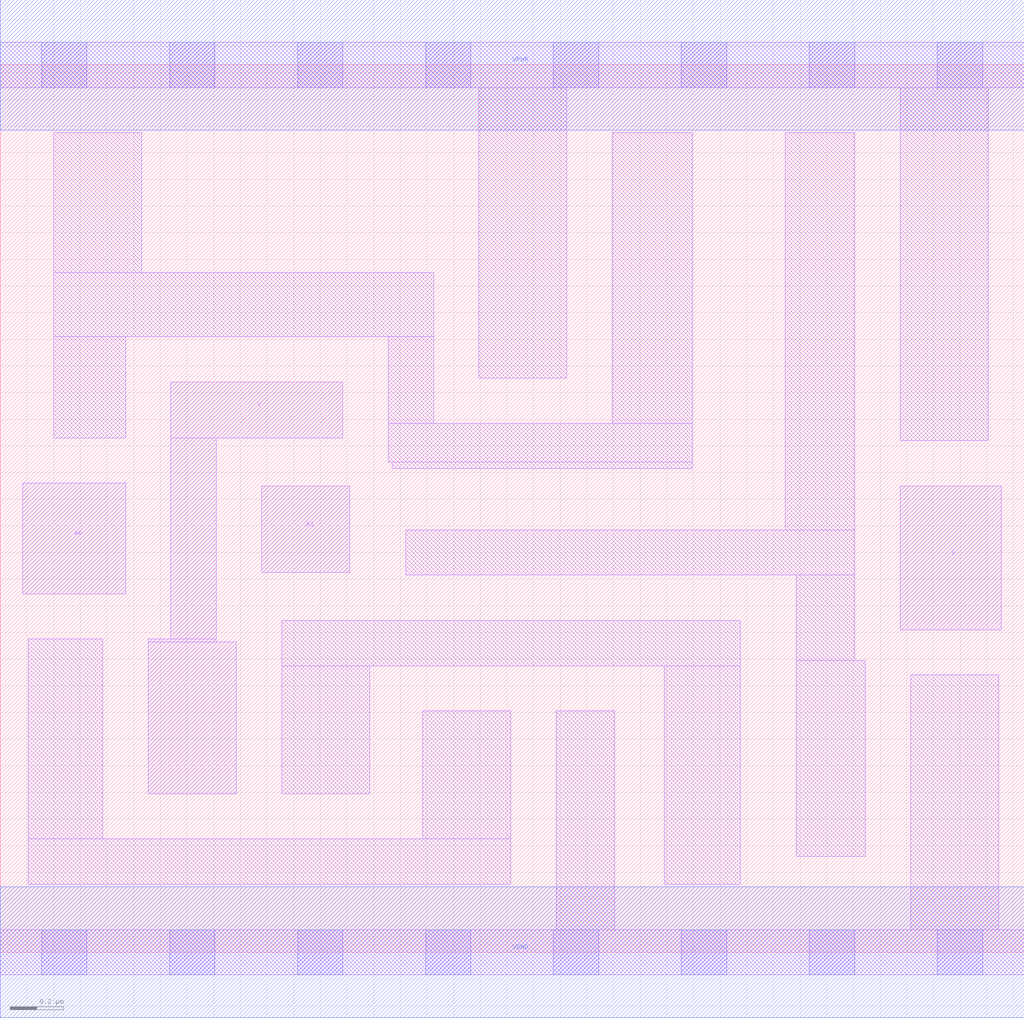
<source format=lef>
# Copyright 2020 The SkyWater PDK Authors
#
# Licensed under the Apache License, Version 2.0 (the "License");
# you may not use this file except in compliance with the License.
# You may obtain a copy of the License at
#
#     https://www.apache.org/licenses/LICENSE-2.0
#
# Unless required by applicable law or agreed to in writing, software
# distributed under the License is distributed on an "AS IS" BASIS,
# WITHOUT WARRANTIES OR CONDITIONS OF ANY KIND, either express or implied.
# See the License for the specific language governing permissions and
# limitations under the License.
#
# SPDX-License-Identifier: Apache-2.0

VERSION 5.7 ;
  NAMESCASESENSITIVE ON ;
  NOWIREEXTENSIONATPIN ON ;
  DIVIDERCHAR "/" ;
  BUSBITCHARS "[]" ;
UNITS
  DATABASE MICRONS 200 ;
END UNITS
MACRO sky130_fd_sc_lp__mux2i_1
  CLASS CORE ;
  FOREIGN sky130_fd_sc_lp__mux2i_1 ;
  ORIGIN  0.000000  0.000000 ;
  SIZE  3.840000 BY  3.330000 ;
  SYMMETRY X Y R90 ;
  SITE unit ;
  PIN A0
    ANTENNAGATEAREA  0.315000 ;
    DIRECTION INPUT ;
    USE SIGNAL ;
    PORT
      LAYER li1 ;
        RECT 0.085000 1.345000 0.470000 1.760000 ;
    END
  END A0
  PIN A1
    ANTENNAGATEAREA  0.315000 ;
    DIRECTION INPUT ;
    USE SIGNAL ;
    PORT
      LAYER li1 ;
        RECT 0.980000 1.425000 1.310000 1.750000 ;
    END
  END A1
  PIN S
    ANTENNAGATEAREA  0.630000 ;
    DIRECTION INPUT ;
    USE SIGNAL ;
    PORT
      LAYER li1 ;
        RECT 3.375000 1.210000 3.755000 1.750000 ;
    END
  END S
  PIN Y
    ANTENNADIFFAREA  0.693000 ;
    DIRECTION OUTPUT ;
    USE SIGNAL ;
    PORT
      LAYER li1 ;
        RECT 0.555000 0.595000 0.885000 1.165000 ;
        RECT 0.555000 1.165000 0.810000 1.175000 ;
        RECT 0.640000 1.175000 0.810000 1.930000 ;
        RECT 0.640000 1.930000 1.285000 2.140000 ;
    END
  END Y
  PIN VGND
    DIRECTION INOUT ;
    USE GROUND ;
    PORT
      LAYER met1 ;
        RECT 0.000000 -0.245000 3.840000 0.245000 ;
    END
  END VGND
  PIN VPWR
    DIRECTION INOUT ;
    USE POWER ;
    PORT
      LAYER met1 ;
        RECT 0.000000 3.085000 3.840000 3.575000 ;
    END
  END VPWR
  OBS
    LAYER li1 ;
      RECT 0.000000 -0.085000 3.840000 0.085000 ;
      RECT 0.000000  3.245000 3.840000 3.415000 ;
      RECT 0.105000  0.255000 1.915000 0.425000 ;
      RECT 0.105000  0.425000 0.385000 1.175000 ;
      RECT 0.200000  1.930000 0.470000 2.310000 ;
      RECT 0.200000  2.310000 1.625000 2.550000 ;
      RECT 0.200000  2.550000 0.530000 3.075000 ;
      RECT 1.055000  0.595000 1.385000 1.075000 ;
      RECT 1.055000  1.075000 2.775000 1.245000 ;
      RECT 1.455000  1.840000 2.595000 1.985000 ;
      RECT 1.455000  1.985000 1.625000 2.310000 ;
      RECT 1.470000  1.815000 2.595000 1.840000 ;
      RECT 1.520000  1.415000 3.205000 1.585000 ;
      RECT 1.585000  0.425000 1.915000 0.905000 ;
      RECT 1.795000  2.155000 2.125000 3.245000 ;
      RECT 2.085000  0.085000 2.305000 0.905000 ;
      RECT 2.295000  1.985000 2.595000 3.075000 ;
      RECT 2.490000  0.255000 2.775000 1.075000 ;
      RECT 2.945000  1.585000 3.205000 3.075000 ;
      RECT 2.985000  0.360000 3.245000 1.095000 ;
      RECT 2.985000  1.095000 3.205000 1.415000 ;
      RECT 3.375000  1.920000 3.705000 3.245000 ;
      RECT 3.415000  0.085000 3.745000 1.040000 ;
    LAYER mcon ;
      RECT 0.155000 -0.085000 0.325000 0.085000 ;
      RECT 0.155000  3.245000 0.325000 3.415000 ;
      RECT 0.635000 -0.085000 0.805000 0.085000 ;
      RECT 0.635000  3.245000 0.805000 3.415000 ;
      RECT 1.115000 -0.085000 1.285000 0.085000 ;
      RECT 1.115000  3.245000 1.285000 3.415000 ;
      RECT 1.595000 -0.085000 1.765000 0.085000 ;
      RECT 1.595000  3.245000 1.765000 3.415000 ;
      RECT 2.075000 -0.085000 2.245000 0.085000 ;
      RECT 2.075000  3.245000 2.245000 3.415000 ;
      RECT 2.555000 -0.085000 2.725000 0.085000 ;
      RECT 2.555000  3.245000 2.725000 3.415000 ;
      RECT 3.035000 -0.085000 3.205000 0.085000 ;
      RECT 3.035000  3.245000 3.205000 3.415000 ;
      RECT 3.515000 -0.085000 3.685000 0.085000 ;
      RECT 3.515000  3.245000 3.685000 3.415000 ;
  END
END sky130_fd_sc_lp__mux2i_1
END LIBRARY

</source>
